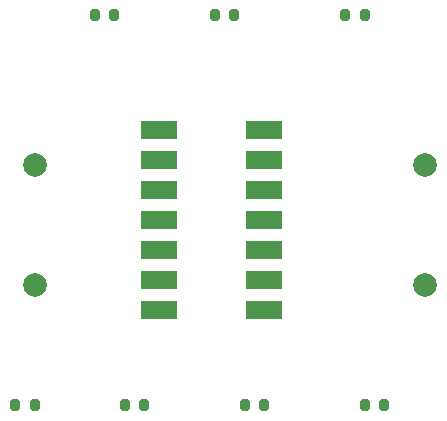
<source format=gbr>
%TF.GenerationSoftware,KiCad,Pcbnew,7.0.7*%
%TF.CreationDate,2023-08-26T22:59:01-07:00*%
%TF.ProjectId,CascadeOpAmp,43617363-6164-4654-9f70-416d702e6b69,rev?*%
%TF.SameCoordinates,Original*%
%TF.FileFunction,Soldermask,Top*%
%TF.FilePolarity,Negative*%
%FSLAX46Y46*%
G04 Gerber Fmt 4.6, Leading zero omitted, Abs format (unit mm)*
G04 Created by KiCad (PCBNEW 7.0.7) date 2023-08-26 22:59:01*
%MOMM*%
%LPD*%
G01*
G04 APERTURE LIST*
G04 Aperture macros list*
%AMRoundRect*
0 Rectangle with rounded corners*
0 $1 Rounding radius*
0 $2 $3 $4 $5 $6 $7 $8 $9 X,Y pos of 4 corners*
0 Add a 4 corners polygon primitive as box body*
4,1,4,$2,$3,$4,$5,$6,$7,$8,$9,$2,$3,0*
0 Add four circle primitives for the rounded corners*
1,1,$1+$1,$2,$3*
1,1,$1+$1,$4,$5*
1,1,$1+$1,$6,$7*
1,1,$1+$1,$8,$9*
0 Add four rect primitives between the rounded corners*
20,1,$1+$1,$2,$3,$4,$5,0*
20,1,$1+$1,$4,$5,$6,$7,0*
20,1,$1+$1,$6,$7,$8,$9,0*
20,1,$1+$1,$8,$9,$2,$3,0*%
G04 Aperture macros list end*
%ADD10R,3.100000X1.600000*%
%ADD11RoundRect,0.200000X-0.200000X-0.275000X0.200000X-0.275000X0.200000X0.275000X-0.200000X0.275000X0*%
%ADD12C,2.000000*%
G04 APERTURE END LIST*
D10*
%TO.C,U1*%
X129895000Y-85940000D03*
X129895000Y-88480000D03*
X129895000Y-91020000D03*
X129895000Y-93560000D03*
X129895000Y-96100000D03*
X129895000Y-98640000D03*
X129895000Y-101180000D03*
X138785000Y-101180000D03*
X138785000Y-98640000D03*
X138785000Y-96100000D03*
X138785000Y-93560000D03*
X138785000Y-91020000D03*
X138785000Y-88480000D03*
X138785000Y-85940000D03*
%TD*%
D11*
%TO.C,R7*%
X147320000Y-109220000D03*
X148970000Y-109220000D03*
%TD*%
%TO.C,R6*%
X137160000Y-109220000D03*
X138810000Y-109220000D03*
%TD*%
%TO.C,R5*%
X127000000Y-109220000D03*
X128650000Y-109220000D03*
%TD*%
%TO.C,R4*%
X117730000Y-109220000D03*
X119380000Y-109220000D03*
%TD*%
%TO.C,R3*%
X145670000Y-76200000D03*
X147320000Y-76200000D03*
%TD*%
%TO.C,R2*%
X134620000Y-76200000D03*
X136270000Y-76200000D03*
%TD*%
%TO.C,R1*%
X124460000Y-76200000D03*
X126110000Y-76200000D03*
%TD*%
D12*
%TO.C,Output2*%
X152400000Y-99060000D03*
%TD*%
%TO.C,Output1*%
X152400000Y-88900000D03*
%TD*%
%TO.C,Input2*%
X119380000Y-99060000D03*
%TD*%
%TO.C,Input1*%
X119380000Y-88900000D03*
%TD*%
M02*

</source>
